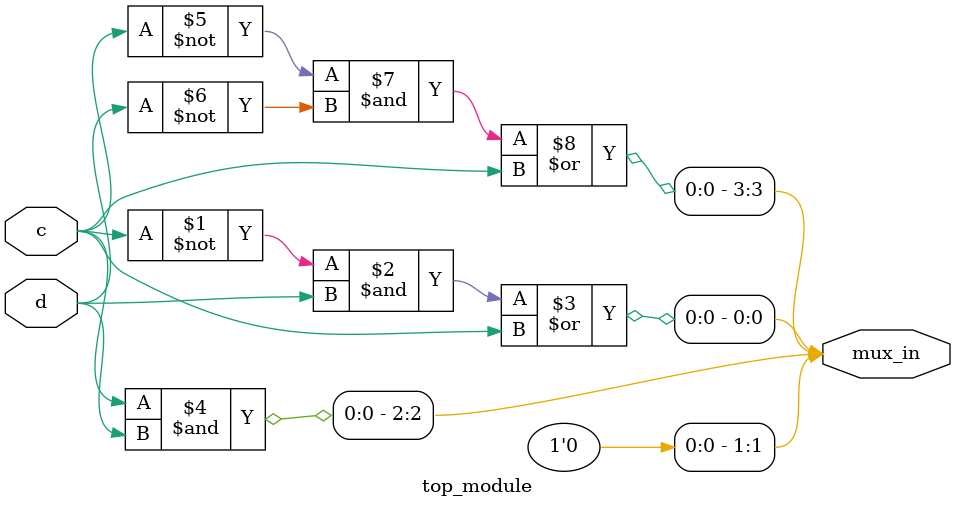
<source format=sv>
module top_module (
    input c,
    input d,
    output [3:0] mux_in
);

    // K-map function implementation using minimal number of 2-to-1 multiplexers

    // mux_in[0] corresponds to ab = 00
    assign mux_in[0] = (~c & d) | c;

    // mux_in[1] corresponds to ab = 01
    assign mux_in[1] = 0;

    // mux_in[2] corresponds to ab = 11
    assign mux_in[2] = (c & d);

    // mux_in[3] corresponds to ab = 10
    assign mux_in[3] = (~c & ~d) | c;

endmodule

</source>
